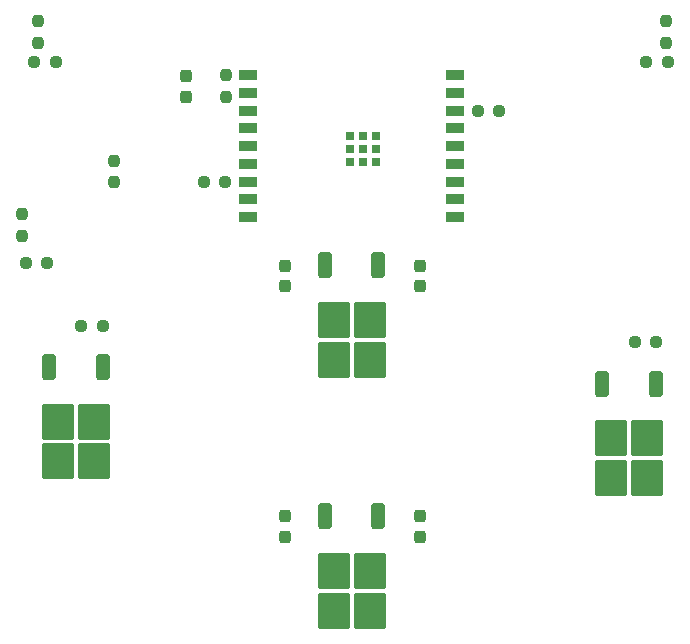
<source format=gbr>
%TF.GenerationSoftware,KiCad,Pcbnew,9.0.4*%
%TF.CreationDate,2025-09-17T16:18:14+09:00*%
%TF.ProjectId,ltr,6c74722e-6b69-4636-9164-5f7063625858,rev?*%
%TF.SameCoordinates,Original*%
%TF.FileFunction,Paste,Top*%
%TF.FilePolarity,Positive*%
%FSLAX46Y46*%
G04 Gerber Fmt 4.6, Leading zero omitted, Abs format (unit mm)*
G04 Created by KiCad (PCBNEW 9.0.4) date 2025-09-17 16:18:14*
%MOMM*%
%LPD*%
G01*
G04 APERTURE LIST*
G04 Aperture macros list*
%AMRoundRect*
0 Rectangle with rounded corners*
0 $1 Rounding radius*
0 $2 $3 $4 $5 $6 $7 $8 $9 X,Y pos of 4 corners*
0 Add a 4 corners polygon primitive as box body*
4,1,4,$2,$3,$4,$5,$6,$7,$8,$9,$2,$3,0*
0 Add four circle primitives for the rounded corners*
1,1,$1+$1,$2,$3*
1,1,$1+$1,$4,$5*
1,1,$1+$1,$6,$7*
1,1,$1+$1,$8,$9*
0 Add four rect primitives between the rounded corners*
20,1,$1+$1,$2,$3,$4,$5,0*
20,1,$1+$1,$4,$5,$6,$7,0*
20,1,$1+$1,$6,$7,$8,$9,0*
20,1,$1+$1,$8,$9,$2,$3,0*%
G04 Aperture macros list end*
%ADD10RoundRect,0.237500X-0.237500X0.300000X-0.237500X-0.300000X0.237500X-0.300000X0.237500X0.300000X0*%
%ADD11RoundRect,0.237500X-0.237500X0.250000X-0.237500X-0.250000X0.237500X-0.250000X0.237500X0.250000X0*%
%ADD12RoundRect,0.237500X-0.250000X-0.237500X0.250000X-0.237500X0.250000X0.237500X-0.250000X0.237500X0*%
%ADD13RoundRect,0.237500X0.250000X0.237500X-0.250000X0.237500X-0.250000X-0.237500X0.250000X-0.237500X0*%
%ADD14RoundRect,0.250000X-1.125000X1.275000X-1.125000X-1.275000X1.125000X-1.275000X1.125000X1.275000X0*%
%ADD15RoundRect,0.250000X-0.350000X0.850000X-0.350000X-0.850000X0.350000X-0.850000X0.350000X0.850000X0*%
%ADD16R,0.700000X0.700000*%
%ADD17R,1.500000X0.900000*%
%ADD18RoundRect,0.237500X0.237500X-0.250000X0.237500X0.250000X-0.237500X0.250000X-0.237500X-0.250000X0*%
%ADD19RoundRect,0.237500X0.237500X-0.300000X0.237500X0.300000X-0.237500X0.300000X-0.237500X-0.300000X0*%
G04 APERTURE END LIST*
D10*
%TO.C,C1*%
X37800000Y-45450000D03*
X37800000Y-47175000D03*
%TD*%
%TO.C,C2*%
X26350000Y-45450000D03*
X26350000Y-47175000D03*
%TD*%
D11*
%TO.C,R7*%
X21350000Y-8100000D03*
X21350000Y-9925000D03*
%TD*%
D12*
%TO.C,R4*%
X56950000Y-6950000D03*
X58775000Y-6950000D03*
%TD*%
D11*
%TO.C,R10*%
X11925000Y-15325000D03*
X11925000Y-17150000D03*
%TD*%
D13*
%TO.C,R8*%
X6230000Y-24030000D03*
X4405000Y-24030000D03*
%TD*%
D14*
%TO.C,Q2*%
X57045000Y-38825000D03*
X53995000Y-38825000D03*
X57045000Y-42175000D03*
X53995000Y-42175000D03*
D15*
X57800000Y-34200000D03*
X53240000Y-34200000D03*
%TD*%
D16*
%TO.C,U2*%
X31860000Y-13200000D03*
X31860000Y-14300000D03*
X31860000Y-15400000D03*
X32960000Y-13200000D03*
X32960000Y-14300000D03*
X32960000Y-15400000D03*
X34060000Y-13200000D03*
X34060000Y-14300000D03*
X34060000Y-15400000D03*
D17*
X23250000Y-8100000D03*
X23250000Y-9600000D03*
X23250000Y-11100000D03*
X23250000Y-12600000D03*
X23250000Y-14100000D03*
X23250000Y-15600000D03*
X23250000Y-17100000D03*
X23250000Y-18600000D03*
X23250000Y-20100000D03*
X40750000Y-20100000D03*
X40750000Y-18600000D03*
X40750000Y-17100000D03*
X40750000Y-15600000D03*
X40750000Y-14100000D03*
X40750000Y-12600000D03*
X40750000Y-11100000D03*
X40750000Y-9600000D03*
X40750000Y-8100000D03*
%TD*%
D14*
%TO.C,U1*%
X33525000Y-50075000D03*
X30475000Y-50075000D03*
X33525000Y-53425000D03*
X30475000Y-53425000D03*
D15*
X34280000Y-45450000D03*
X29720000Y-45450000D03*
%TD*%
D18*
%TO.C,R9*%
X4105000Y-21667500D03*
X4105000Y-19842500D03*
%TD*%
D13*
%TO.C,R11*%
X10950000Y-29300000D03*
X9125000Y-29300000D03*
%TD*%
%TO.C,R2*%
X6975000Y-6975000D03*
X5150000Y-6975000D03*
%TD*%
D10*
%TO.C,C4*%
X37760000Y-24210000D03*
X37760000Y-25935000D03*
%TD*%
D14*
%TO.C,U3*%
X33525000Y-28825000D03*
X30475000Y-28825000D03*
X33525000Y-32175000D03*
X30475000Y-32175000D03*
D15*
X34280000Y-24200000D03*
X29720000Y-24200000D03*
%TD*%
D18*
%TO.C,R3*%
X58625000Y-5350000D03*
X58625000Y-3525000D03*
%TD*%
D12*
%TO.C,R6*%
X19475000Y-17100000D03*
X21300000Y-17100000D03*
%TD*%
D10*
%TO.C,C5*%
X26360000Y-24210000D03*
X26360000Y-25935000D03*
%TD*%
D18*
%TO.C,R1*%
X5475000Y-5350000D03*
X5475000Y-3525000D03*
%TD*%
D13*
%TO.C,R12*%
X57800000Y-30650000D03*
X55975000Y-30650000D03*
%TD*%
D14*
%TO.C,Q1*%
X10175000Y-37425000D03*
X7125000Y-37425000D03*
X10175000Y-40775000D03*
X7125000Y-40775000D03*
D15*
X10930000Y-32800000D03*
X6370000Y-32800000D03*
%TD*%
D19*
%TO.C,C3*%
X17950000Y-9925000D03*
X17950000Y-8200000D03*
%TD*%
D13*
%TO.C,R5*%
X44525000Y-11100000D03*
X42700000Y-11100000D03*
%TD*%
M02*

</source>
